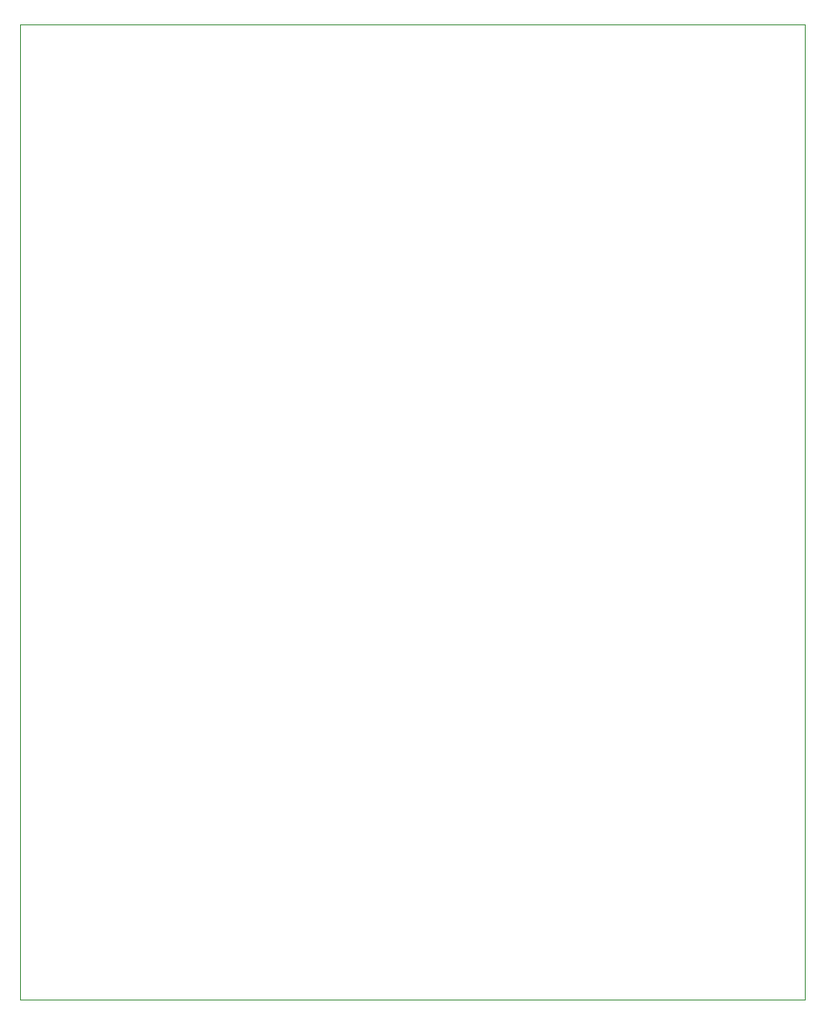
<source format=gm1>
%TF.GenerationSoftware,KiCad,Pcbnew,(5.1.10)-1*%
%TF.CreationDate,2022-01-30T10:28:43+01:00*%
%TF.ProjectId,Oric_BUS,4f726963-5f42-4555-932e-6b696361645f,1.0*%
%TF.SameCoordinates,PX6049a88PY791ddc0*%
%TF.FileFunction,Profile,NP*%
%FSLAX46Y46*%
G04 Gerber Fmt 4.6, Leading zero omitted, Abs format (unit mm)*
G04 Created by KiCad (PCBNEW (5.1.10)-1) date 2022-01-30 10:28:43*
%MOMM*%
%LPD*%
G01*
G04 APERTURE LIST*
%TA.AperFunction,Profile*%
%ADD10C,0.050000*%
%TD*%
G04 APERTURE END LIST*
D10*
X76200000Y94615000D02*
X76200000Y0D01*
X0Y94615000D02*
X0Y0D01*
X0Y94615000D02*
X76200000Y94615000D01*
X76200000Y0D02*
X0Y0D01*
M02*

</source>
